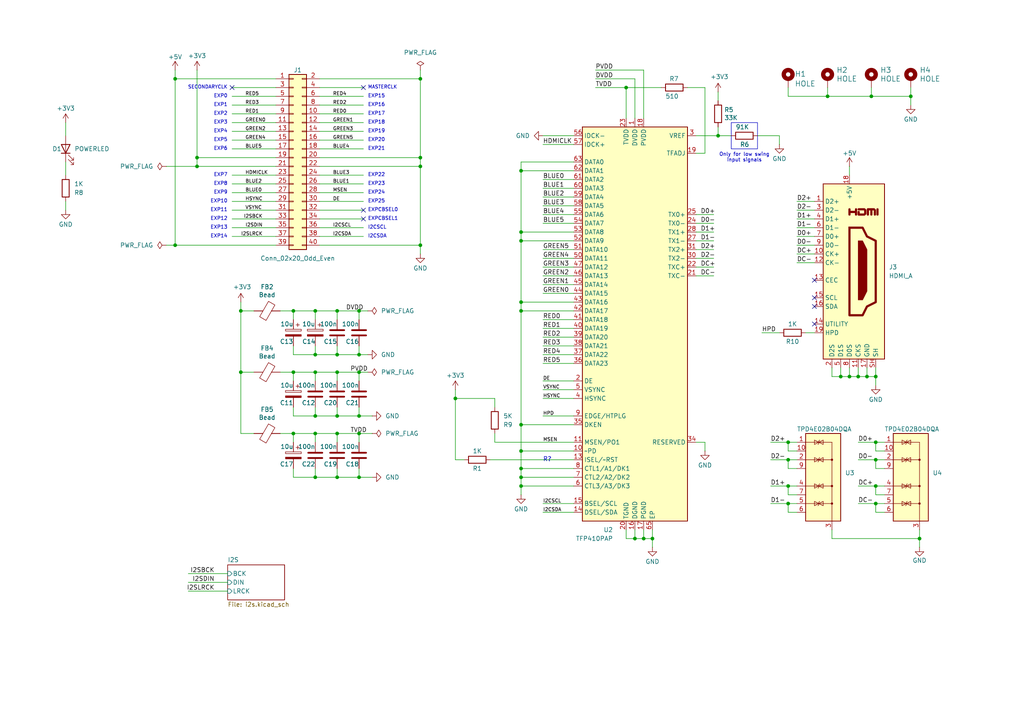
<source format=kicad_sch>
(kicad_sch (version 20250114) (generator "eeschema") (generator_version "9.0")
  (paper "A4")
  (rectangle (start 212.09 35.56) (end 219.71 43.18))
  (text "EXP13" (at 66.04 66.04 0) (effects (font (size 1.016 1.016)) (justify right)))
  (text "EXP8" (at 66.04 53.34 0) (effects (font (size 1.016 1.016)) (justify right)))
  (text "EXP24" (at 106.68 55.88 0) (effects (font (size 1.016 1.016)) (justify left)))
  (text "EXP16" (at 106.68 30.48 0) (effects (font (size 1.016 1.016)) (justify left)))
  (text "EXP4" (at 66.04 38.1 0) (effects (font (size 1.016 1.016)) (justify right)))
  (text "EXP3" (at 66.04 35.56 0) (effects (font (size 1.016 1.016)) (justify right)))
  (text "EXP14" (at 66.04 68.58 0) (effects (font (size 1.016 1.016)) (justify right)))
  (text "EXP20" (at 106.68 40.64 0) (effects (font (size 1.016 1.016)) (justify left)))
  (text "EXP23" (at 106.68 53.34 0) (effects (font (size 1.016 1.016)) (justify left)))
  (text "EXP22" (at 106.68 50.8 0) (effects (font (size 1.016 1.016)) (justify left)))
  (text "EXP5" (at 66.04 40.64 0) (effects (font (size 1.016 1.016)) (justify right)))
  (text "Only for low swing\ninput signals" (at 215.9 45.72 0) (effects (font (size 1.016 1.016))))
  (text "EXP1" (at 66.04 30.48 0) (effects (font (size 1.016 1.016)) (justify right)))
  (text "I2CSDA" (at 106.68 68.58 0) (effects (font (size 1.016 1.016)) (justify left)))
  (text "EXP6" (at 66.04 43.18 0) (effects (font (size 1.016 1.016)) (justify right)))
  (text "EXP2" (at 66.04 33.02 0) (effects (font (size 1.016 1.016)) (justify right)))
  (text "EXP0" (at 66.04 27.94 0) (effects (font (size 1.016 1.016)) (justify right)))
  (text "SECONDARYCLK" (at 66.04 25.4 0) (effects (font (size 0.9906 0.9906)) (justify right)))
  (text "EXP25" (at 106.68 58.42 0) (effects (font (size 1.016 1.016)) (justify left)))
  (text "MASTERCLK" (at 106.68 25.4 0) (effects (font (size 0.9906 0.9906)) (justify left)))
  (text "EXP11" (at 66.04 60.96 0) (effects (font (size 1.016 1.016)) (justify right)))
  (text "EXP9" (at 66.04 55.88 0) (effects (font (size 1.016 1.016)) (justify right)))
  (text "R?" (at 158.75 133.35 0) (effects (font (size 1.27 1.27))))
  (text "EXP10" (at 66.04 58.42 0) (effects (font (size 1.016 1.016)) (justify right)))
  (text "EXPCBSEL0" (at 106.68 60.96 0) (effects (font (size 1.016 1.016)) (justify left)))
  (text "EXP15" (at 106.68 27.94 0) (effects (font (size 1.016 1.016)) (justify left)))
  (text "EXP17" (at 106.68 33.02 0) (effects (font (size 1.016 1.016)) (justify left)))
  (text "EXP19" (at 106.68 38.1 0) (effects (font (size 1.016 1.016)) (justify left)))
  (text "EXPCBSEL1" (at 106.68 63.5 0) (effects (font (size 1.016 1.016)) (justify left)))
  (text "EXP7" (at 66.04 50.8 0) (effects (font (size 1.016 1.016)) (justify right)))
  (text "I2CSCL" (at 106.68 66.04 0) (effects (font (size 1.016 1.016)) (justify left)))
  (text "EXP12" (at 66.04 63.5 0) (effects (font (size 1.016 1.016)) (justify right)))
  (text "EXP18" (at 106.68 35.56 0) (effects (font (size 1.016 1.016)) (justify left)))
  (text "EXP21" (at 106.68 43.18 0) (effects (font (size 1.016 1.016)) (justify left)))
  (junction (at 151.13 67.31))
  (junction (at 50.8 71.12))
  (junction (at 151.13 123.19))
  (junction (at 228.6 140.97))
  (junction (at 97.79 138.43))
  (junction (at 252.73 27.94))
  (junction (at 132.08 115.57))
  (junction (at 91.44 90.17))
  (junction (at 208.28 39.37))
  (junction (at 91.44 125.73))
  (junction (at 151.13 87.63))
  (junction (at 85.09 107.95))
  (junction (at 85.09 90.17))
  (junction (at 151.13 90.17))
  (junction (at 121.92 22.86))
  (junction (at 151.13 130.81))
  (junction (at 104.14 102.87))
  (junction (at 97.79 125.73))
  (junction (at 254 128.27))
  (junction (at 97.79 90.17))
  (junction (at 91.44 102.87))
  (junction (at 248.92 109.22))
  (junction (at 228.6 133.35))
  (junction (at 69.85 107.95))
  (junction (at 121.92 45.72))
  (junction (at 151.13 69.85))
  (junction (at 85.09 125.73))
  (junction (at 228.6 146.05))
  (junction (at 151.13 140.97))
  (junction (at 50.8 22.86))
  (junction (at 104.14 120.65))
  (junction (at 57.15 48.26))
  (junction (at 151.13 138.43))
  (junction (at 104.14 107.95))
  (junction (at 186.69 156.21))
  (junction (at 91.44 107.95))
  (junction (at 184.15 156.21))
  (junction (at 254 140.97))
  (junction (at 104.14 125.73))
  (junction (at 104.14 138.43))
  (junction (at 97.79 120.65))
  (junction (at 97.79 102.87))
  (junction (at 228.6 128.27))
  (junction (at 254 146.05))
  (junction (at 104.14 90.17))
  (junction (at 243.84 109.22))
  (junction (at 57.15 45.72))
  (junction (at 254 133.35))
  (junction (at 151.13 49.53))
  (junction (at 254 109.22))
  (junction (at 91.44 138.43))
  (junction (at 151.13 135.89))
  (junction (at 240.03 27.94))
  (junction (at 189.23 156.21))
  (junction (at 69.85 90.17))
  (junction (at 246.38 109.22))
  (junction (at 91.44 120.65))
  (junction (at 121.92 71.12))
  (junction (at 97.79 107.95))
  (junction (at 121.92 48.26))
  (junction (at 251.46 109.22))
  (junction (at 266.7 156.21))
  (junction (at 264.16 27.94))
  (junction (at 181.61 25.4))
  (no_connect (at 105.41 25.4))
  (no_connect (at 105.41 63.5))
  (no_connect (at 236.22 86.36))
  (no_connect (at 105.41 60.96))
  (no_connect (at 236.22 88.9))
  (no_connect (at 236.22 81.28))
  (no_connect (at 236.22 93.98))
  (no_connect (at 67.31 25.4))
  (wire (pts (xy 201.93 44.45) (xy 204.47 44.45)))
  (wire (pts (xy 121.92 73.66) (xy 121.92 71.12)))
  (wire (pts (xy 256.54 148.59) (xy 254 148.59)))
  (wire (pts (xy 151.13 123.19) (xy 151.13 130.81)))
  (wire (pts (xy 157.48 95.25) (xy 166.37 95.25)))
  (wire (pts (xy 92.71 38.1) (xy 105.41 38.1)))
  (wire (pts (xy 251.46 109.22) (xy 254 109.22)))
  (wire (pts (xy 92.71 58.42) (xy 105.41 58.42)))
  (wire (pts (xy 104.14 125.73) (xy 104.14 128.27)))
  (wire (pts (xy 264.16 25.4) (xy 264.16 27.94)))
  (wire (pts (xy 151.13 130.81) (xy 151.13 135.89)))
  (wire (pts (xy 67.31 60.96) (xy 80.01 60.96)))
  (wire (pts (xy 19.05 35.56) (xy 19.05 39.37)))
  (wire (pts (xy 67.31 30.48) (xy 80.01 30.48)))
  (wire (pts (xy 246.38 48.26) (xy 246.38 50.8)))
  (wire (pts (xy 181.61 156.21) (xy 184.15 156.21)))
  (wire (pts (xy 208.28 39.37) (xy 212.09 39.37)))
  (wire (pts (xy 201.93 72.39) (xy 207.01 72.39)))
  (wire (pts (xy 67.31 55.88) (xy 80.01 55.88)))
  (wire (pts (xy 157.48 146.05) (xy 166.37 146.05)))
  (wire (pts (xy 252.73 25.4) (xy 252.73 27.94)))
  (wire (pts (xy 223.52 128.27) (xy 228.6 128.27)))
  (wire (pts (xy 231.14 135.89) (xy 228.6 135.89)))
  (wire (pts (xy 223.52 146.05) (xy 228.6 146.05)))
  (wire (pts (xy 219.71 39.37) (xy 226.06 39.37)))
  (wire (pts (xy 201.93 74.93) (xy 207.01 74.93)))
  (wire (pts (xy 231.14 130.81) (xy 228.6 130.81)))
  (wire (pts (xy 157.48 120.65) (xy 166.37 120.65)))
  (wire (pts (xy 97.79 107.95) (xy 104.14 107.95)))
  (wire (pts (xy 201.93 77.47) (xy 207.01 77.47)))
  (wire (pts (xy 97.79 90.17) (xy 97.79 92.71)))
  (wire (pts (xy 85.09 107.95) (xy 91.44 107.95)))
  (wire (pts (xy 157.48 64.77) (xy 166.37 64.77)))
  (wire (pts (xy 254 128.27) (xy 254 130.81)))
  (wire (pts (xy 121.92 45.72) (xy 121.92 22.86)))
  (wire (pts (xy 69.85 90.17) (xy 69.85 107.95)))
  (wire (pts (xy 241.3 153.67) (xy 241.3 156.21)))
  (wire (pts (xy 85.09 135.89) (xy 85.09 138.43)))
  (wire (pts (xy 243.84 106.68) (xy 243.84 109.22)))
  (wire (pts (xy 104.14 107.95) (xy 104.14 110.49)))
  (wire (pts (xy 97.79 107.95) (xy 97.79 110.49)))
  (wire (pts (xy 57.15 20.32) (xy 57.15 45.72)))
  (wire (pts (xy 91.44 90.17) (xy 91.44 92.71)))
  (wire (pts (xy 19.05 46.99) (xy 19.05 50.8)))
  (wire (pts (xy 157.48 74.93) (xy 166.37 74.93)))
  (wire (pts (xy 189.23 156.21) (xy 189.23 158.75)))
  (wire (pts (xy 251.46 106.68) (xy 251.46 109.22)))
  (wire (pts (xy 157.48 100.33) (xy 166.37 100.33)))
  (wire (pts (xy 142.24 133.35) (xy 166.37 133.35)))
  (wire (pts (xy 228.6 128.27) (xy 231.14 128.27)))
  (wire (pts (xy 85.09 125.73) (xy 91.44 125.73)))
  (wire (pts (xy 201.93 67.31) (xy 207.01 67.31)))
  (wire (pts (xy 241.3 106.68) (xy 241.3 109.22)))
  (wire (pts (xy 91.44 90.17) (xy 97.79 90.17)))
  (wire (pts (xy 67.31 68.58) (xy 80.01 68.58)))
  (wire (pts (xy 151.13 135.89) (xy 151.13 138.43)))
  (wire (pts (xy 48.26 71.12) (xy 50.8 71.12)))
  (wire (pts (xy 231.14 73.66) (xy 236.22 73.66)))
  (wire (pts (xy 85.09 90.17) (xy 85.09 92.71)))
  (wire (pts (xy 201.93 39.37) (xy 208.28 39.37)))
  (wire (pts (xy 184.15 34.29) (xy 184.15 22.86)))
  (wire (pts (xy 19.05 58.42) (xy 19.05 60.96)))
  (wire (pts (xy 181.61 153.67) (xy 181.61 156.21)))
  (wire (pts (xy 231.14 66.04) (xy 236.22 66.04)))
  (wire (pts (xy 228.6 133.35) (xy 228.6 135.89)))
  (wire (pts (xy 81.28 125.73) (xy 85.09 125.73)))
  (wire (pts (xy 254 128.27) (xy 256.54 128.27)))
  (wire (pts (xy 184.15 156.21) (xy 186.69 156.21)))
  (wire (pts (xy 151.13 49.53) (xy 151.13 67.31)))
  (wire (pts (xy 254 133.35) (xy 254 135.89)))
  (wire (pts (xy 266.7 156.21) (xy 266.7 158.75)))
  (wire (pts (xy 57.15 45.72) (xy 80.01 45.72)))
  (wire (pts (xy 256.54 130.81) (xy 254 130.81)))
  (wire (pts (xy 231.14 143.51) (xy 228.6 143.51)))
  (wire (pts (xy 67.31 35.56) (xy 80.01 35.56)))
  (wire (pts (xy 85.09 102.87) (xy 91.44 102.87)))
  (wire (pts (xy 157.48 102.87) (xy 166.37 102.87)))
  (wire (pts (xy 92.71 48.26) (xy 121.92 48.26)))
  (wire (pts (xy 97.79 138.43) (xy 104.14 138.43)))
  (wire (pts (xy 184.15 153.67) (xy 184.15 156.21)))
  (wire (pts (xy 228.6 146.05) (xy 231.14 146.05)))
  (wire (pts (xy 104.14 102.87) (xy 106.68 102.87)))
  (wire (pts (xy 67.31 33.02) (xy 80.01 33.02)))
  (wire (pts (xy 48.26 48.26) (xy 57.15 48.26)))
  (wire (pts (xy 92.71 55.88) (xy 105.41 55.88)))
  (wire (pts (xy 228.6 133.35) (xy 231.14 133.35)))
  (wire (pts (xy 151.13 138.43) (xy 166.37 138.43)))
  (wire (pts (xy 172.72 20.32) (xy 186.69 20.32)))
  (wire (pts (xy 254 140.97) (xy 254 143.51)))
  (wire (pts (xy 85.09 120.65) (xy 91.44 120.65)))
  (wire (pts (xy 248.92 109.22) (xy 248.92 106.68)))
  (wire (pts (xy 67.31 27.94) (xy 80.01 27.94)))
  (wire (pts (xy 97.79 102.87) (xy 97.79 100.33)))
  (wire (pts (xy 104.14 118.11) (xy 104.14 120.65)))
  (wire (pts (xy 240.03 25.4) (xy 240.03 27.94)))
  (wire (pts (xy 157.48 54.61) (xy 166.37 54.61)))
  (wire (pts (xy 201.93 64.77) (xy 207.01 64.77)))
  (wire (pts (xy 143.51 115.57) (xy 143.51 118.11)))
  (wire (pts (xy 92.71 33.02) (xy 105.41 33.02)))
  (wire (pts (xy 104.14 90.17) (xy 104.14 92.71)))
  (wire (pts (xy 266.7 156.21) (xy 266.7 153.67)))
  (wire (pts (xy 226.06 39.37) (xy 226.06 41.91)))
  (wire (pts (xy 151.13 87.63) (xy 151.13 90.17)))
  (wire (pts (xy 97.79 118.11) (xy 97.79 120.65)))
  (wire (pts (xy 228.6 128.27) (xy 228.6 130.81)))
  (wire (pts (xy 121.92 48.26) (xy 121.92 45.72)))
  (wire (pts (xy 85.09 107.95) (xy 85.09 110.49)))
  (wire (pts (xy 97.79 102.87) (xy 104.14 102.87)))
  (wire (pts (xy 92.71 68.58) (xy 105.41 68.58)))
  (wire (pts (xy 186.69 153.67) (xy 186.69 156.21)))
  (wire (pts (xy 254 109.22) (xy 254 111.76)))
  (wire (pts (xy 157.48 92.71) (xy 166.37 92.71)))
  (wire (pts (xy 157.48 57.15) (xy 166.37 57.15)))
  (wire (pts (xy 134.62 133.35) (xy 132.08 133.35)))
  (wire (pts (xy 97.79 120.65) (xy 104.14 120.65)))
  (wire (pts (xy 91.44 120.65) (xy 97.79 120.65)))
  (wire (pts (xy 240.03 27.94) (xy 252.73 27.94)))
  (wire (pts (xy 92.71 35.56) (xy 105.41 35.56)))
  (wire (pts (xy 132.08 115.57) (xy 143.51 115.57)))
  (wire (pts (xy 91.44 138.43) (xy 97.79 138.43)))
  (wire (pts (xy 50.8 20.32) (xy 50.8 22.86)))
  (wire (pts (xy 233.68 96.52) (xy 236.22 96.52)))
  (wire (pts (xy 157.48 41.91) (xy 166.37 41.91)))
  (wire (pts (xy 248.92 109.22) (xy 251.46 109.22)))
  (wire (pts (xy 97.79 90.17) (xy 104.14 90.17)))
  (wire (pts (xy 231.14 148.59) (xy 228.6 148.59)))
  (wire (pts (xy 85.09 100.33) (xy 85.09 102.87)))
  (wire (pts (xy 151.13 140.97) (xy 166.37 140.97)))
  (wire (pts (xy 204.47 25.4) (xy 204.47 44.45)))
  (wire (pts (xy 92.71 66.04) (xy 105.41 66.04)))
  (wire (pts (xy 91.44 125.73) (xy 97.79 125.73)))
  (wire (pts (xy 69.85 90.17) (xy 69.85 87.63)))
  (wire (pts (xy 157.48 39.37) (xy 166.37 39.37)))
  (wire (pts (xy 92.71 53.34) (xy 105.41 53.34)))
  (wire (pts (xy 54.61 171.45) (xy 66.04 171.45)))
  (wire (pts (xy 228.6 25.4) (xy 228.6 27.94)))
  (wire (pts (xy 223.52 133.35) (xy 228.6 133.35)))
  (wire (pts (xy 50.8 71.12) (xy 50.8 22.86)))
  (wire (pts (xy 228.6 140.97) (xy 231.14 140.97)))
  (wire (pts (xy 69.85 107.95) (xy 73.66 107.95)))
  (wire (pts (xy 143.51 128.27) (xy 166.37 128.27)))
  (wire (pts (xy 132.08 115.57) (xy 132.08 133.35)))
  (wire (pts (xy 181.61 25.4) (xy 191.77 25.4)))
  (wire (pts (xy 189.23 153.67) (xy 189.23 156.21)))
  (wire (pts (xy 172.72 25.4) (xy 181.61 25.4)))
  (wire (pts (xy 92.71 43.18) (xy 105.41 43.18)))
  (wire (pts (xy 181.61 34.29) (xy 181.61 25.4)))
  (wire (pts (xy 231.14 68.58) (xy 236.22 68.58)))
  (wire (pts (xy 67.31 58.42) (xy 80.01 58.42)))
  (wire (pts (xy 228.6 140.97) (xy 228.6 143.51)))
  (wire (pts (xy 97.79 125.73) (xy 97.79 128.27)))
  (wire (pts (xy 92.71 30.48) (xy 105.41 30.48)))
  (wire (pts (xy 92.71 60.96) (xy 105.41 60.96)))
  (wire (pts (xy 67.31 53.34) (xy 80.01 53.34)))
  (wire (pts (xy 228.6 27.94) (xy 240.03 27.94)))
  (wire (pts (xy 85.09 90.17) (xy 91.44 90.17)))
  (wire (pts (xy 151.13 46.99) (xy 151.13 49.53)))
  (wire (pts (xy 151.13 135.89) (xy 166.37 135.89)))
  (wire (pts (xy 248.92 146.05) (xy 254 146.05)))
  (wire (pts (xy 252.73 27.94) (xy 264.16 27.94)))
  (wire (pts (xy 246.38 106.68) (xy 246.38 109.22)))
  (wire (pts (xy 54.61 166.37) (xy 66.04 166.37)))
  (wire (pts (xy 92.71 27.94) (xy 105.41 27.94)))
  (wire (pts (xy 231.14 71.12) (xy 236.22 71.12)))
  (wire (pts (xy 254 140.97) (xy 256.54 140.97)))
  (wire (pts (xy 67.31 50.8) (xy 80.01 50.8)))
  (wire (pts (xy 132.08 113.03) (xy 132.08 115.57)))
  (wire (pts (xy 91.44 107.95) (xy 91.44 110.49)))
  (wire (pts (xy 157.48 80.01) (xy 166.37 80.01)))
  (wire (pts (xy 85.09 138.43) (xy 91.44 138.43)))
  (wire (pts (xy 151.13 49.53) (xy 166.37 49.53)))
  (wire (pts (xy 92.71 45.72) (xy 121.92 45.72)))
  (wire (pts (xy 264.16 27.94) (xy 264.16 30.48)))
  (wire (pts (xy 241.3 109.22) (xy 243.84 109.22)))
  (wire (pts (xy 157.48 52.07) (xy 166.37 52.07)))
  (wire (pts (xy 143.51 125.73) (xy 143.51 128.27)))
  (wire (pts (xy 256.54 143.51) (xy 254 143.51)))
  (wire (pts (xy 157.48 115.57) (xy 166.37 115.57)))
  (wire (pts (xy 157.48 113.03) (xy 166.37 113.03)))
  (wire (pts (xy 104.14 135.89) (xy 104.14 138.43)))
  (wire (pts (xy 157.48 148.59) (xy 166.37 148.59)))
  (wire (pts (xy 223.52 140.97) (xy 228.6 140.97)))
  (wire (pts (xy 157.48 62.23) (xy 166.37 62.23)))
  (wire (pts (xy 151.13 138.43) (xy 151.13 140.97)))
  (wire (pts (xy 157.48 85.09) (xy 166.37 85.09)))
  (wire (pts (xy 92.71 63.5) (xy 105.41 63.5)))
  (wire (pts (xy 50.8 22.86) (xy 80.01 22.86)))
  (wire (pts (xy 69.85 107.95) (xy 69.85 125.73)))
  (wire (pts (xy 104.14 138.43) (xy 107.95 138.43)))
  (wire (pts (xy 97.79 138.43) (xy 97.79 135.89)))
  (wire (pts (xy 231.14 60.96) (xy 236.22 60.96)))
  (wire (pts (xy 151.13 69.85) (xy 151.13 87.63)))
  (wire (pts (xy 157.48 97.79) (xy 166.37 97.79)))
  (wire (pts (xy 151.13 46.99) (xy 166.37 46.99)))
  (wire (pts (xy 121.92 20.32) (xy 121.92 22.86)))
  (wire (pts (xy 104.14 120.65) (xy 107.95 120.65)))
  (wire (pts (xy 201.93 69.85) (xy 207.01 69.85)))
  (wire (pts (xy 254 146.05) (xy 256.54 146.05)))
  (wire (pts (xy 157.48 77.47) (xy 166.37 77.47)))
  (wire (pts (xy 73.66 90.17) (xy 69.85 90.17)))
  (wire (pts (xy 121.92 71.12) (xy 121.92 48.26)))
  (wire (pts (xy 81.28 90.17) (xy 85.09 90.17)))
  (wire (pts (xy 246.38 109.22) (xy 248.92 109.22)))
  (wire (pts (xy 91.44 102.87) (xy 97.79 102.87)))
  (wire (pts (xy 85.09 118.11) (xy 85.09 120.65)))
  (wire (pts (xy 57.15 48.26) (xy 80.01 48.26)))
  (wire (pts (xy 54.61 168.91) (xy 66.04 168.91)))
  (wire (pts (xy 199.39 25.4) (xy 204.47 25.4)))
  (wire (pts (xy 91.44 102.87) (xy 91.44 100.33)))
  (wire (pts (xy 186.69 156.21) (xy 189.23 156.21)))
  (wire (pts (xy 97.79 125.73) (xy 104.14 125.73)))
  (wire (pts (xy 151.13 67.31) (xy 166.37 67.31)))
  (wire (pts (xy 67.31 38.1) (xy 80.01 38.1)))
  (wire (pts (xy 231.14 63.5) (xy 236.22 63.5)))
  (wire (pts (xy 248.92 140.97) (xy 254 140.97)))
  (wire (pts (xy 67.31 63.5) (xy 80.01 63.5)))
  (wire (pts (xy 208.28 36.83) (xy 208.28 39.37)))
  (wire (pts (xy 69.85 125.73) (xy 73.66 125.73)))
  (wire (pts (xy 151.13 87.63) (xy 166.37 87.63)))
  (wire (pts (xy 104.14 125.73) (xy 107.95 125.73)))
  (wire (pts (xy 201.93 62.23) (xy 207.01 62.23)))
  (wire (pts (xy 91.44 118.11) (xy 91.44 120.65)))
  (wire (pts (xy 157.48 110.49) (xy 166.37 110.49)))
  (wire (pts (xy 201.93 80.01) (xy 207.01 80.01)))
  (wire (pts (xy 157.48 59.69) (xy 166.37 59.69)))
  (wire (pts (xy 92.71 50.8) (xy 105.41 50.8)))
  (wire (pts (xy 104.14 107.95) (xy 106.68 107.95)))
  (wire (pts (xy 201.93 128.27) (xy 204.47 128.27)))
  (wire (pts (xy 92.71 40.64) (xy 105.41 40.64)))
  (wire (pts (xy 248.92 128.27) (xy 254 128.27)))
  (wire (pts (xy 67.31 40.64) (xy 80.01 40.64)))
  (wire (pts (xy 91.44 135.89) (xy 91.44 138.43)))
  (wire (pts (xy 92.71 71.12) (xy 121.92 71.12)))
  (wire (pts (xy 208.28 26.67) (xy 208.28 29.21)))
  (wire (pts (xy 204.47 128.27) (xy 204.47 130.81)))
  (wire (pts (xy 151.13 140.97) (xy 151.13 143.51)))
  (wire (pts (xy 243.84 109.22) (xy 246.38 109.22)))
  (wire (pts (xy 157.48 72.39) (xy 166.37 72.39)))
  (wire (pts (xy 91.44 125.73) (xy 91.44 128.27)))
  (wire (pts (xy 104.14 90.17) (xy 106.68 90.17)))
  (wire (pts (xy 104.14 102.87) (xy 104.14 100.33)))
  (wire (pts (xy 57.15 45.72) (xy 57.15 48.26)))
  (wire (pts (xy 254 109.22) (xy 254 106.68)))
  (wire (pts (xy 151.13 123.19) (xy 166.37 123.19)))
  (wire (pts (xy 228.6 146.05) (xy 228.6 148.59)))
  (wire (pts (xy 92.71 22.86) (xy 121.92 22.86)))
  (wire (pts (xy 254 146.05) (xy 254 148.59)))
  (wire (pts (xy 172.72 22.86) (xy 184.15 22.86)))
  (wire (pts (xy 231.14 58.42) (xy 236.22 58.42)))
  (wire (pts (xy 151.13 90.17) (xy 151.13 123.19)))
  (wire (pts (xy 151.13 130.81) (xy 166.37 130.81)))
  (wire (pts (xy 186.69 34.29) (xy 186.69 20.32)))
  (wire (pts (xy 67.31 25.4) (xy 80.01 25.4)))
  (wire (pts (xy 231.14 76.2) (xy 236.22 76.2)))
  (wire (pts (xy 151.13 90.17) (xy 166.37 90.17)))
  (wire (pts (xy 151.13 67.31) (xy 151.13 69.85)))
  (wire (pts (xy 220.98 96.52) (xy 226.06 96.52)))
  (wire (pts (xy 151.13 69.85) (xy 166.37 69.85)))
  (wire (pts (xy 157.48 82.55) (xy 166.37 82.55)))
  (wire (pts (xy 81.28 107.95) (xy 85.09 107.95)))
  (wire (pts (xy 157.48 105.41) (xy 166.37 105.41)))
  (wire (pts (xy 256.54 135.89) (xy 254 135.89)))
  (wire (pts (xy 67.31 43.18) (xy 80.01 43.18)))
  (wire (pts (xy 254 133.35) (xy 256.54 133.35)))
  (wire (pts (xy 248.92 133.35) (xy 254 133.35)))
  (wire (pts (xy 91.44 107.95) (xy 97.79 107.95)))
  (wire (pts (xy 241.3 156.21) (xy 266.7 156.21)))
  (wire (pts (xy 92.71 25.4) (xy 105.41 25.4)))
  (wire (pts (xy 67.31 66.04) (xy 80.01 66.04)))
  (wire (pts (xy 50.8 71.12) (xy 80.01 71.12)))
  (wire (pts (xy 85.09 125.73) (xy 85.09 128.27)))
  (label "D1-" (at 223.52 146.05 0))
  (label "I2CSDA" (at 96.52 68.58 0) (effects (font (size 0.9906 0.9906))))
  (label "DE" (at 96.52 58.42 0) (effects (font (size 0.9906 0.9906))))
  (label "D2-" (at 231.14 60.96 0))
  (label "RED3" (at 157.48 100.33 0))
  (label "RED5" (at 157.48 105.41 0))
  (label "I2SLRCK" (at 76.2 68.58 180) (effects (font (size 0.9906 0.9906))))
  (label "DVDD" (at 172.72 22.86 0))
  (label "RED4" (at 157.48 102.87 0))
  (label "PVDD" (at 101.6 107.95 0))
  (label "GREEN0" (at 157.48 85.09 0))
  (label "RED0" (at 96.52 33.02 0) (effects (font (size 0.9906 0.9906))))
  (label "I2SDIN" (at 76.2 66.04 180) (effects (font (size 0.9906 0.9906))))
  (label "RED3" (at 71.12 30.48 0) (effects (font (size 0.9906 0.9906))))
  (label "VSYNC" (at 157.48 113.03 0) (effects (font (size 0.9906 0.9906))))
  (label "GREEN3" (at 96.52 38.1 0) (effects (font (size 0.9906 0.9906))))
  (label "HSYNC" (at 157.48 115.57 0) (effects (font (size 0.9906 0.9906))))
  (label "D2-" (at 203.2 74.93 0))
  (label "D0-" (at 248.92 133.35 0))
  (label "GREEN0" (at 71.12 35.56 0) (effects (font (size 0.9906 0.9906))))
  (label "D2+" (at 231.14 58.42 0))
  (label "RED1" (at 157.48 95.25 0))
  (label "HDMICLK" (at 71.12 50.8 0) (effects (font (size 0.9906 0.9906))))
  (label "D1-" (at 231.14 66.04 0))
  (label "BLUE4" (at 157.48 62.23 0))
  (label "BLUE0" (at 71.12 55.88 0) (effects (font (size 0.9906 0.9906))))
  (label "BLUE4" (at 96.52 43.18 0) (effects (font (size 0.9906 0.9906))))
  (label "D0-" (at 231.14 71.12 0))
  (label "GREEN1" (at 96.52 35.56 0) (effects (font (size 0.9906 0.9906))))
  (label "D1+" (at 203.2 67.31 0))
  (label "DVDD" (at 100.33 90.17 0))
  (label "GREEN3" (at 157.48 77.47 0))
  (label "RED2" (at 157.48 97.79 0))
  (label "BLUE1" (at 157.48 54.61 0))
  (label "GREEN5" (at 96.52 40.64 0) (effects (font (size 0.9906 0.9906))))
  (label "RED4" (at 96.52 27.94 0) (effects (font (size 0.9906 0.9906))))
  (label "D1+" (at 223.52 140.97 0))
  (label "HPD" (at 220.98 96.52 0))
  (label "BLUE5" (at 71.12 43.18 0) (effects (font (size 0.9906 0.9906))))
  (label "DC-" (at 203.2 80.01 0))
  (label "I2SLRCK" (at 62.23 171.45 180))
  (label "I2CSCL" (at 157.48 146.05 0) (effects (font (size 0.9906 0.9906))))
  (label "DC+" (at 231.14 73.66 0))
  (label "D0+" (at 203.2 62.23 0))
  (label "TVDD" (at 172.72 25.4 0))
  (label "RED1" (at 71.12 33.02 0) (effects (font (size 0.9906 0.9906))))
  (label "BLUE1" (at 96.52 53.34 0) (effects (font (size 0.9906 0.9906))))
  (label "GREEN4" (at 157.48 74.93 0))
  (label "MSEN" (at 96.52 55.88 0) (effects (font (size 0.9906 0.9906))))
  (label "RED5" (at 71.12 27.94 0) (effects (font (size 0.9906 0.9906))))
  (label "I2CSDA" (at 157.48 148.59 0) (effects (font (size 0.9906 0.9906))))
  (label "I2SBCK" (at 76.2 63.5 180) (effects (font (size 0.9906 0.9906))))
  (label "DC+" (at 248.92 140.97 0))
  (label "MSEN" (at 157.48 128.27 0) (effects (font (size 0.9906 0.9906))))
  (label "HDMICLK" (at 157.48 41.91 0))
  (label "RED0" (at 157.48 92.71 0))
  (label "GREEN2" (at 71.12 38.1 0) (effects (font (size 0.9906 0.9906))))
  (label "RED2" (at 96.52 30.48 0) (effects (font (size 0.9906 0.9906))))
  (label "BLUE0" (at 157.48 52.07 0))
  (label "GREEN4" (at 71.12 40.64 0) (effects (font (size 0.9906 0.9906))))
  (label "D2+" (at 203.2 72.39 0))
  (label "GREEN1" (at 157.48 82.55 0))
  (label "D1+" (at 231.14 63.5 0))
  (label "D0+" (at 248.92 128.27 0))
  (label "VSYNC" (at 71.12 60.96 0) (effects (font (size 0.9906 0.9906))))
  (label "DE" (at 157.48 110.49 0) (effects (font (size 0.9906 0.9906))))
  (label "I2SBCK" (at 62.23 166.37 180))
  (label "HSYNC" (at 71.12 58.42 0) (effects (font (size 0.9906 0.9906))))
  (label "D1-" (at 203.2 69.85 0))
  (label "BLUE5" (at 157.48 64.77 0))
  (label "PVDD" (at 172.72 20.32 0))
  (label "DC-" (at 248.92 146.05 0))
  (label "D2+" (at 223.52 128.27 0))
  (label "BLUE2" (at 157.48 57.15 0))
  (label "GREEN5" (at 157.48 72.39 0))
  (label "GREEN2" (at 157.48 80.01 0))
  (label "HPD" (at 157.48 120.65 0) (effects (font (size 0.9906 0.9906))))
  (label "BLUE3" (at 96.52 50.8 0) (effects (font (size 0.9906 0.9906))))
  (label "D2-" (at 223.52 133.35 0))
  (label "I2SDIN" (at 62.23 168.91 180))
  (label "D0+" (at 231.14 68.58 0))
  (label "D0-" (at 203.2 64.77 0))
  (label "DC+" (at 203.2 77.47 0))
  (label "BLUE2" (at 71.12 53.34 0) (effects (font (size 0.9906 0.9906))))
  (label "DC-" (at 231.14 76.2 0))
  (label "I2CSCL" (at 96.52 66.04 0) (effects (font (size 0.9906 0.9906))))
  (label "TVDD" (at 101.6 125.73 0))
  (label "BLUE3" (at 157.48 59.69 0))
  (symbol (lib_id "power:GND") (at 226.06 41.91 0) (unit 1)
    (property "Reference" "#PWR028" (effects (hide yes)))
    (property "Value" "GND" (at 226.06 46.0431 0))
    (property "Description" "Power symbol creates a global label with name \"GND\" , ground" (effects (hide yes)))
  )
  (symbol (lib_id "Device:FerriteBead") (at 77.47 107.95 270) (unit 1)
    (property "Reference" "FB4" (at 77.47 100.9904 90))
    (property "Value" "Bead" (at 77.47 103.3018 90))
    (property "Footprint" "Inductor_SMD:L_0805_2012Metric" (effects (hide yes)))
    (property "Description" "Ferrite bead" (effects (hide yes)))
  )
  (symbol (lib_id "power:GND") (at 266.7 158.75 0) (unit 1)
    (property "Reference" "#PWR035" (effects (hide yes)))
    (property "Value" "GND" (at 266.7 162.56 0))
    (property "Description" "Power symbol creates a global label with name \"GND\" , ground" (effects (hide yes)))
  )
  (symbol (lib_id "Mechanical:MountingHole_Pad") (at 264.16 22.86 0) (unit 1) (exclude_from_sim yes) (in_bom no)
    (property "Reference" "H4" (at 266.7 20.3199 0) (effects (font (size 1.524 1.524)) (justify left)))
    (property "Value" "HOLE" (at 266.7 22.8599 0) (effects (font (size 1.524 1.524)) (justify left)))
    (property "Footprint" "MountingHole:MountingHole_3.2mm_M3_Pad" (effects (hide yes)))
    (property "Description" "Mounting Hole with connection" (effects (hide yes)))
  )
  (symbol (lib_id "Device:C_Polarized") (at 85.09 132.08 0) (mirror y) (unit 1)
    (property "Reference" "C17" (at 85.09 134.62 0) (effects (justify left)))
    (property "Value" "10u" (at 85.09 129.54 0) (effects (justify left)))
    (property "Footprint" "Capacitor_Tantalum_SMD:CP_EIA-3216-18_Kemet-A" (effects (hide yes)))
    (property "Description" "Polarized capacitor" (effects (hide yes)))
  )
  (symbol (lib_id "power:GND") (at 121.92 73.66 0) (unit 1)
    (property "Reference" "#PWR011" (effects (hide yes)))
    (property "Value" "GND" (at 121.92 77.7931 0))
    (property "Description" "Power symbol creates a global label with name \"GND\" , ground" (effects (hide yes)))
  )
  (symbol (lib_id "Device:C") (at 104.14 96.52 0) (mirror y) (unit 1)
    (property "Reference" "C16" (at 104.14 99.06 0) (effects (justify left)))
    (property "Value" "100n" (at 104.14 93.98 0) (effects (justify left)))
    (property "Footprint" "Capacitor_SMD:C_0603_1608Metric" (effects (hide yes)))
  )
  (symbol (lib_id "power:GND") (at 189.23 158.75 0) (unit 1)
    (property "Reference" "#PWR019" (effects (hide yes)))
    (property "Value" "GND" (at 189.23 162.8831 0))
    (property "Description" "Power symbol creates a global label with name \"GND\" , ground" (effects (hide yes)))
  )
  (symbol (lib_id "power:GND") (at 157.48 39.37 270) (unit 1)
    (property "Reference" "#PWR018" (effects (hide yes)))
    (property "Value" "GND" (at 153.67 39.3699 90) (effects (justify right)))
    (property "Description" "Power symbol creates a global label with name \"GND\" , ground" (effects (hide yes)))
  )
  (symbol (lib_id "Device:C_Polarized") (at 85.09 114.3 0) (mirror y) (unit 1)
    (property "Reference" "C11" (at 85.09 116.84 0) (effects (justify left)))
    (property "Value" "10u" (at 85.09 111.76 0) (effects (justify left)))
    (property "Footprint" "Capacitor_Tantalum_SMD:CP_EIA-3216-18_Kemet-A" (effects (hide yes)))
    (property "Description" "Polarized capacitor" (effects (hide yes)))
  )
  (symbol (lib_id "Device:R") (at 229.87 96.52 90) (unit 1)
    (property "Reference" "R10" (at 229.87 99.06 90))
    (property "Value" "1K" (at 229.87 93.98 90))
    (property "Footprint" "Resistor_SMD:R_0805_2012Metric" (effects (hide yes)))
  )
  (symbol (lib_id "power:+5V") (at 50.8 20.32 0) (unit 1)
    (property "Reference" "#PWR033" (effects (hide yes)))
    (property "Value" "+5V" (at 50.8 16.51 0))
    (property "Description" "Power symbol creates a global label with name \"+5V\"" (effects (hide yes)))
  )
  (symbol (lib_id "power:GND") (at 151.13 143.51 0) (unit 1)
    (property "Reference" "#PWR017" (effects (hide yes)))
    (property "Value" "GND" (at 151.13 147.6431 0))
    (property "Description" "Power symbol creates a global label with name \"GND\" , ground" (effects (hide yes)))
  )
  (symbol (lib_id "Device:R") (at 195.58 25.4 90) (unit 1)
    (property "Reference" "R7" (at 196.85 22.86 90) (effects (justify left)))
    (property "Value" "510" (at 196.85 27.94 90) (effects (justify left)))
    (property "Footprint" "Resistor_SMD:R_0805_2012Metric" (effects (hide yes)))
  )
  (symbol (lib_id "power:GND") (at 107.95 138.43 90) (unit 1)
    (property "Reference" "#PWR027" (effects (hide yes)))
    (property "Value" "GND" (at 111.76 138.4299 90) (effects (justify right)))
    (property "Description" "Power symbol creates a global label with name \"GND\" , ground" (effects (hide yes)))
  )
  (symbol (lib_id "Device:R") (at 208.28 33.02 0) (unit 1)
    (property "Reference" "R5" (at 210.058 31.8516 0) (effects (justify left)))
    (property "Value" "33K" (at 210.058 34.163 0) (effects (justify left)))
    (property "Footprint" "Resistor_SMD:R_0805_2012Metric" (effects (hide yes)))
  )
  (symbol (lib_id "power:PWR_FLAG") (at 106.68 90.17 270) (unit 1)
    (property "Reference" "#FLG03" (effects (hide yes)))
    (property "Value" "PWR_FLAG" (at 110.49 90.1699 90) (effects (justify left)))
    (property "Description" "Special symbol for telling ERC where power comes from" (effects (hide yes)))
  )
  (symbol (lib_id "Device:C") (at 97.79 96.52 0) (mirror y) (unit 1)
    (property "Reference" "C15" (at 97.79 99.06 0) (effects (justify left)))
    (property "Value" "100n" (at 97.79 93.98 0) (effects (justify left)))
    (property "Footprint" "Capacitor_SMD:C_0603_1608Metric" (effects (hide yes)))
  )
  (symbol (lib_id "Device:C") (at 104.14 132.08 0) (mirror y) (unit 1)
    (property "Reference" "C18" (at 104.14 134.62 0) (effects (justify left)))
    (property "Value" "100n" (at 104.14 129.54 0) (effects (justify left)))
    (property "Footprint" "Capacitor_SMD:C_0603_1608Metric" (effects (hide yes)))
  )
  (symbol (lib_id "power:PWR_FLAG") (at 48.26 48.26 90) (unit 1)
    (property "Reference" "#FLG02" (effects (hide yes)))
    (property "Value" "PWR_FLAG" (at 44.45 48.2599 90) (effects (justify left)))
    (property "Description" "Special symbol for telling ERC where power comes from" (effects (hide yes)))
  )
  (symbol (lib_id "power:PWR_FLAG") (at 48.26 71.12 90) (unit 1)
    (property "Reference" "#FLG01" (effects (hide yes)))
    (property "Value" "PWR_FLAG" (at 44.45 71.1199 90) (effects (justify left)))
    (property "Description" "Special symbol for telling ERC where power comes from" (effects (hide yes)))
  )
  (symbol (lib_id "Power_Protection:TPD4E02B04DQA") (at 264.16 138.43 0) (unit 1)
    (property "Reference" "U4" (at 270.51 137.1599 0) (effects (justify left)))
    (property "Value" "TPD4E02B04DQA" (at 256.54 124.46 0) (effects (justify left)))
    (property "Footprint" "Package_SON:USON-10_2.5x1.0mm_P0.5mm" (effects (hide yes)))
    (property "Datasheet" "http://www.ti.com/lit/ds/symlink/tpd4e02b04.pdf" (effects (hide yes)))
    (property "Description" "4-Channel ESD Protection Diode for USB Type-C and HDMI 2.0, USON-10" (effects (hide yes)))
  )
  (symbol (lib_id "power:GND") (at 106.68 102.87 90) (unit 1)
    (property "Reference" "#PWR025" (effects (hide yes)))
    (property "Value" "GND" (at 110.49 102.8699 90) (effects (justify right)))
    (property "Description" "Power symbol creates a global label with name \"GND\" , ground" (effects (hide yes)))
  )
  (symbol (lib_id "power:+3V3") (at 57.15 20.32 0) (unit 1)
    (property "Reference" "#PWR03" (effects (hide yes)))
    (property "Value" "+3V3" (at 57.15 16.1869 0))
    (property "Description" "Power symbol creates a global label with name \"+3V3\"" (effects (hide yes)))
  )
  (symbol (lib_id "Device:R") (at 138.43 133.35 90) (unit 1)
    (property "Reference" "R1" (at 138.43 135.89 90))
    (property "Value" "1K" (at 138.43 130.81 90))
    (property "Footprint" "Resistor_SMD:R_0805_2012Metric" (effects (hide yes)))
  )
  (symbol (lib_id "Device:R") (at 143.51 121.92 0) (unit 1)
    (property "Reference" "R9" (at 147.32 123.19 0))
    (property "Value" "5K" (at 147.32 120.65 0))
    (property "Footprint" "Resistor_SMD:R_0805_2012Metric" (effects (hide yes)))
  )
  (symbol (lib_id "power:+3V3") (at 69.85 87.63 0) (unit 1)
    (property "Reference" "#PWR024" (effects (hide yes)))
    (property "Value" "+3V3" (at 70.231 83.2358 0))
  )
  (symbol (lib_id "Device:C_Polarized") (at 85.09 96.52 0) (mirror y) (unit 1)
    (property "Reference" "C13" (at 85.09 99.06 0) (effects (justify left)))
    (property "Value" "10u" (at 85.09 93.98 0) (effects (justify left)))
    (property "Footprint" "Capacitor_Tantalum_SMD:CP_EIA-3216-18_Kemet-A" (effects (hide yes)))
    (property "Description" "Polarized capacitor" (effects (hide yes)))
  )
  (symbol (lib_id "Video:TFP410PAP") (at 184.15 92.71 0) (unit 1)
    (property "Reference" "U2" (at 177.8 153.67 0) (effects (justify right)))
    (property "Value" "TFP410PAP" (at 177.8 156.21 0) (effects (justify right)))
    (property "Footprint" "Package_QFP:LQFP-64-1EP_10x10mm_P0.5mm_EP5x5mm_ThermalVias" (effects (hide yes)))
    (property "Datasheet" "http://www.ti.com/lit/ds/symlink/tfp410.pdf" (effects (hide yes)))
    (property "Description" "Digital Visual Interface Compliant PanelBus Digital Transmitter, HTQFP-64" (effects (hide yes)))
    (property "MPN" "TFP410PAP" (effects (hide yes)))
    (property "Manufacturer" "Texas Instruments" (effects (hide yes)))
    (property "LCSC Part #" "C1543847" (effects (hide yes)))
    (property "JLCPCB Rotation Offset" "-90" (effects (hide yes)))
  )
  (symbol (lib_id "power:+3V3") (at 19.05 35.56 0) (unit 1)
    (property "Reference" "#PWR030" (effects (hide yes)))
    (property "Value" "+3V3" (at 19.05 31.4269 0))
    (property "Description" "Power symbol creates a global label with name \"+3V3\"" (effects (hide yes)))
  )
  (symbol (lib_id "power:PWR_FLAG") (at 106.68 107.95 270) (unit 1)
    (property "Reference" "#FLG04" (effects (hide yes)))
    (property "Value" "PWR_FLAG" (at 110.49 107.9499 90) (effects (justify left)))
    (property "Description" "Special symbol for telling ERC where power comes from" (effects (hide yes)))
  )
  (symbol (lib_id "Device:C") (at 91.44 132.08 0) (mirror y) (unit 1)
    (property "Reference" "C22" (at 91.44 134.62 0) (effects (justify left)))
    (property "Value" "100n" (at 91.44 129.54 0) (effects (justify left)))
    (property "Footprint" "Capacitor_SMD:C_0603_1608Metric" (effects (hide yes)))
  )
  (symbol (lib_id "Device:C") (at 97.79 132.08 0) (mirror y) (unit 1)
    (property "Reference" "C19" (at 97.79 134.62 0) (effects (justify left)))
    (property "Value" "100n" (at 97.79 129.54 0) (effects (justify left)))
    (property "Footprint" "Capacitor_SMD:C_0603_1608Metric" (effects (hide yes)))
  )
  (symbol (lib_id "Device:C_Polarized") (at 91.44 96.52 0) (mirror y) (unit 1)
    (property "Reference" "C14" (at 87.63 99.06 0) (effects (justify right)))
    (property "Value" "10u" (at 87.63 93.98 0) (effects (justify right)))
    (property "Footprint" "Capacitor_Tantalum_SMD:CP_EIA-3216-18_Kemet-A" (effects (hide yes)))
    (property "Description" "Polarized capacitor" (effects (hide yes)))
  )
  (symbol (lib_id "Device:FerriteBead") (at 77.47 90.17 270) (unit 1)
    (property "Reference" "FB2" (at 77.47 83.2104 90))
    (property "Value" "Bead" (at 77.47 85.5218 90))
    (property "Footprint" "Inductor_SMD:L_0805_2012Metric" (effects (hide yes)))
    (property "Description" "Ferrite bead" (effects (hide yes)))
  )
  (symbol (lib_id "Device:C") (at 91.44 114.3 0) (mirror y) (unit 1)
    (property "Reference" "C12" (at 91.44 116.84 0) (effects (justify left)))
    (property "Value" "100n" (at 91.44 111.76 0) (effects (justify left)))
    (property "Footprint" "Capacitor_SMD:C_0603_1608Metric" (effects (hide yes)))
  )
  (symbol (lib_id "power:GND") (at 107.95 120.65 90) (unit 1)
    (property "Reference" "#PWR026" (effects (hide yes)))
    (property "Value" "GND" (at 111.76 120.6499 90) (effects (justify right)))
    (property "Description" "Power symbol creates a global label with name \"GND\" , ground" (effects (hide yes)))
  )
  (symbol (lib_id "power:+3V3") (at 208.28 26.67 0) (unit 1)
    (property "Reference" "#PWR01" (effects (hide yes)))
    (property "Value" "+3V3" (at 208.661 22.2758 0))
  )
  (symbol (lib_id "Mechanical:MountingHole_Pad") (at 252.73 22.86 0) (unit 1) (exclude_from_sim yes) (in_bom no)
    (property "Reference" "H3" (at 255.27 20.3199 0) (effects (font (size 1.524 1.524)) (justify left)))
    (property "Value" "HOLE" (at 255.27 22.8599 0) (effects (font (size 1.524 1.524)) (justify left)))
    (property "Footprint" "MountingHole:MountingHole_3.2mm_M3_Pad" (effects (hide yes)))
    (property "Description" "Mounting Hole with connection" (effects (hide yes)))
  )
  (symbol (lib_id "power:GND") (at 204.47 130.81 0) (unit 1)
    (property "Reference" "#PWR020" (effects (hide yes)))
    (property "Value" "GND" (at 204.47 134.9431 0))
    (property "Description" "Power symbol creates a global label with name \"GND\" , ground" (effects (hide yes)))
  )
  (symbol (lib_id "Device:C") (at 97.79 114.3 0) (mirror y) (unit 1)
    (property "Reference" "C20" (at 97.79 116.84 0) (effects (justify left)))
    (property "Value" "100n" (at 97.79 111.76 0) (effects (justify left)))
    (property "Footprint" "Capacitor_SMD:C_0603_1608Metric" (effects (hide yes)))
  )
  (symbol (lib_id "Mechanical:MountingHole_Pad") (at 240.03 22.86 0) (unit 1) (exclude_from_sim yes) (in_bom no)
    (property "Reference" "H2" (at 242.57 20.3199 0) (effects (font (size 1.524 1.524)) (justify left)))
    (property "Value" "HOLE" (at 242.57 22.8599 0) (effects (font (size 1.524 1.524)) (justify left)))
    (property "Footprint" "MountingHole:MountingHole_3.2mm_M3_Pad" (effects (hide yes)))
    (property "Description" "Mounting Hole with connection" (effects (hide yes)))
  )
  (symbol (lib_id "power:GND") (at 19.05 60.96 0) (unit 1)
    (property "Reference" "#PWR031" (effects (hide yes)))
    (property "Value" "GND" (at 19.05 65.0931 0))
  )
  (symbol (lib_id "Device:C") (at 104.14 114.3 0) (mirror y) (unit 1)
    (property "Reference" "C21" (at 104.14 116.84 0) (effects (justify left)))
    (property "Value" "100n" (at 104.14 111.76 0) (effects (justify left)))
    (property "Footprint" "Capacitor_SMD:C_0603_1608Metric" (effects (hide yes)))
  )
  (symbol (lib_id "power:+3V3") (at 132.08 113.03 0) (unit 1)
    (property "Reference" "#PWR02" (effects (hide yes)))
    (property "Value" "+3V3" (at 132.08 108.8969 0))
    (property "Description" "Power symbol creates a global label with name \"+3V3\"" (effects (hide yes)))
  )
  (symbol (lib_id "power:GND") (at 254 111.76 0) (unit 1)
    (property "Reference" "#PWR021" (effects (hide yes)))
    (property "Value" "GND" (at 254 115.8931 0))
    (property "Description" "Power symbol creates a global label with name \"GND\" , ground" (effects (hide yes)))
  )
  (symbol (lib_id "Device:R") (at 215.9 39.37 270) (unit 1)
    (property "Reference" "R6" (at 214.63 41.91 90) (effects (justify left)))
    (property "Value" "91K" (at 213.36 36.83 90) (effects (justify left)))
    (property "Footprint" "Resistor_SMD:R_0805_2012Metric" (effects (hide yes)))
  )
  (symbol (lib_id "Device:R") (at 19.05 54.61 0) (unit 1)
    (property "Reference" "R8" (at 22.86 55.88 0))
    (property "Value" "1K" (at 22.86 53.34 0))
    (property "Footprint" "Resistor_SMD:R_0805_2012Metric" (effects (hide yes)))
  )
  (symbol (lib_id "Mechanical:MountingHole_Pad") (at 228.6 22.86 0) (unit 1) (exclude_from_sim yes) (in_bom no)
    (property "Reference" "H1" (at 230.505 21.4436 0) (effects (font (size 1.524 1.524)) (justify left)))
    (property "Value" "HOLE" (at 230.505 24.2764 0) (effects (font (size 1.524 1.524)) (justify left)))
    (property "Footprint" "MountingHole:MountingHole_3.2mm_M3_Pad" (effects (hide yes)))
    (property "Description" "Mounting Hole with connection" (effects (hide yes)))
  )
  (symbol (lib_id "Power_Protection:TPD4E02B04DQA") (at 238.76 138.43 0) (unit 1)
    (property "Reference" "U3" (at 245.11 137.1599 0) (effects (justify left)))
    (property "Value" "TPD4E02B04DQA" (at 231.14 124.46 0) (effects (justify left)))
    (property "Footprint" "Package_SON:USON-10_2.5x1.0mm_P0.5mm" (effects (hide yes)))
    (property "Datasheet" "http://www.ti.com/lit/ds/symlink/tpd4e02b04.pdf" (effects (hide yes)))
    (property "Description" "4-Channel ESD Protection Diode for USB Type-C and HDMI 2.0, USON-10" (effects (hide yes)))
  )
  (symbol (lib_id "power:PWR_FLAG") (at 121.92 20.32 0) (unit 1)
    (property "Reference" "#FLG06" (effects (hide yes)))
    (property "Value" "PWR_FLAG" (at 121.92 15.24 0))
    (property "Description" "Special symbol for telling ERC where power comes from" (effects (hide yes)))
  )
  (symbol (lib_id "Connector_Generic:Conn_02x20_Odd_Even") (at 85.09 45.72 0) (unit 1)
    (property "Reference" "J1" (at 86.36 20.32 0))
    (property "Value" "Conn_02x20_Odd_Even" (at 86.36 74.93 0))
    (property "Footprint" "Connector_PinSocket_2.54mm:PinSocket_2x20_P2.54mm_Horizontal" (effects (hide yes)))
    (property "Description" "Generic connector, double row, 02x20, odd/even pin numbering scheme (row 1 odd numbers, row 2 even numbers), script generated (kicad-library-utils/schlib/autogen/connector/)" (effects (hide yes)))
  )
  (symbol (lib_id "Connector:HDMI_A") (at 246.38 78.74 0) (unit 1)
    (property "Reference" "J3" (at 257.81 77.4699 0) (effects (justify left)))
    (property "Value" "HDMI_A" (at 257.81 80.0099 0) (effects (justify left)))
    (property "Footprint" "Connector_Video:HDMI_A_Molex_208658-1001_Horizontal" (effects (hide yes)))
    (property "Datasheet" "https://en.wikipedia.org/wiki/HDMI" (effects (hide yes)))
    (property "Description" "HDMI type A connector" (effects (hide yes)))
  )
  (symbol (lib_id "power:+5V") (at 246.38 48.26 0) (unit 1)
    (property "Reference" "#PWR029" (effects (hide yes)))
    (property "Value" "+5V" (at 246.38 44.45 0))
    (property "Description" "Power symbol creates a global label with name \"+5V\"" (effects (hide yes)))
  )
  (symbol (lib_id "Device:LED") (at 19.05 43.18 90) (unit 1)
    (property "Reference" "D1" (at 16.51 43.18 90))
    (property "Value" "POWERLED" (at 26.67 43.18 90))
    (property "Footprint" "LED_SMD:LED_1210_3225Metric" (effects (hide yes)))
  )
  (symbol (lib_id "power:PWR_FLAG") (at 107.95 125.73 270) (unit 1)
    (property "Reference" "#FLG05" (effects (hide yes)))
    (property "Value" "PWR_FLAG" (at 111.76 125.7299 90) (effects (justify left)))
    (property "Description" "Special symbol for telling ERC where power comes from" (effects (hide yes)))
  )
  (symbol (lib_id "power:GND") (at 264.16 30.48 0) (unit 1)
    (property "Reference" "#PWR022" (effects (hide yes)))
    (property "Value" "GND" (at 264.16 34.6131 0))
    (property "Description" "Power symbol creates a global label with name \"GND\" , ground" (effects (hide yes)))
  )
  (symbol (lib_id "Device:FerriteBead") (at 77.47 125.73 270) (unit 1)
    (property "Reference" "FB5" (at 77.47 118.7704 90))
    (property "Value" "Bead" (at 77.47 121.0818 90))
    (property "Footprint" "Inductor_SMD:L_0805_2012Metric" (effects (hide yes)))
    (property "Description" "Ferrite bead" (effects (hide yes)))
  )
  (sheet (at 66.04 163.83) (size 16.51 10.16) (stroke (width 0.1524))
    (property "Sheetname" "I2S" (at 66.04 163.1184 0) (effects (justify left bottom)))
    (property "Sheetfile" "i2s.kicad_sch" (at 66.04 174.5746 0) (effects (justify left top)))
    (pin "BCK" input (at 66.04 166.37 180))
    (pin "DIN" input (at 66.04 168.91 180))
    (pin "LRCK" input (at 66.04 171.45 180))
  )
)
</source>
